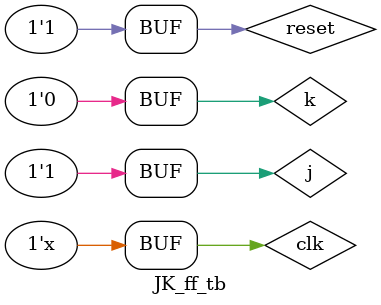
<source format=v>
module JK_ff(j,k,clk,reset,q,q_bar);
 
input j,k,clk,reset;
output q,q_bar;
 
wire j,k,clk,reset;
reg q,q_bar;
 
always @(posedge clk) begin
 
if(reset) begin
q=1'b0;
q_bar=1'b1;
 
end else begin
 
case({j,k})
{1'b0,1'b0}: begin q=q;q_bar=q_bar; end
{1'b0,1'b1}: begin q=1'b0;q_bar=1'b1; end
{1'b1,1'b0}: begin q=1'b1;q_bar=1'b0; end
{1'b1,1'b1}: begin q=~q; q_bar=~q_bar; end
endcase
 
end
 
end
 
endmodule

//testbench

module JK_ff_tb;
 
reg clk;
reg reset;
reg j,k;
 
wire q;
wire qb;
 
JK_ff jkflipflop( .clk(clk), .reset(reset), .j(j), .k(k), .q(q), .q_bar(qb) );
 
initial begin
$monitor(clk,j,k,q,qb,reset);
 
j = 1'b0;
k = 1'b0;
reset = 1;
clk=1;
 
#10
reset=0;
j=1'b1;
k=1'b0;
 
#100
reset=0;
j=1'b0;
k=1'b1;
 
#100
reset=0;
j=1'b1;
k=1'b1;
 
#100
reset=0;
j=1'b0;
k=1'b0;
 
#100
reset=1;
j=1'b1;
k=1'b0;
 
end
always #25 clk <= ~clk;
 
endmodule
</source>
